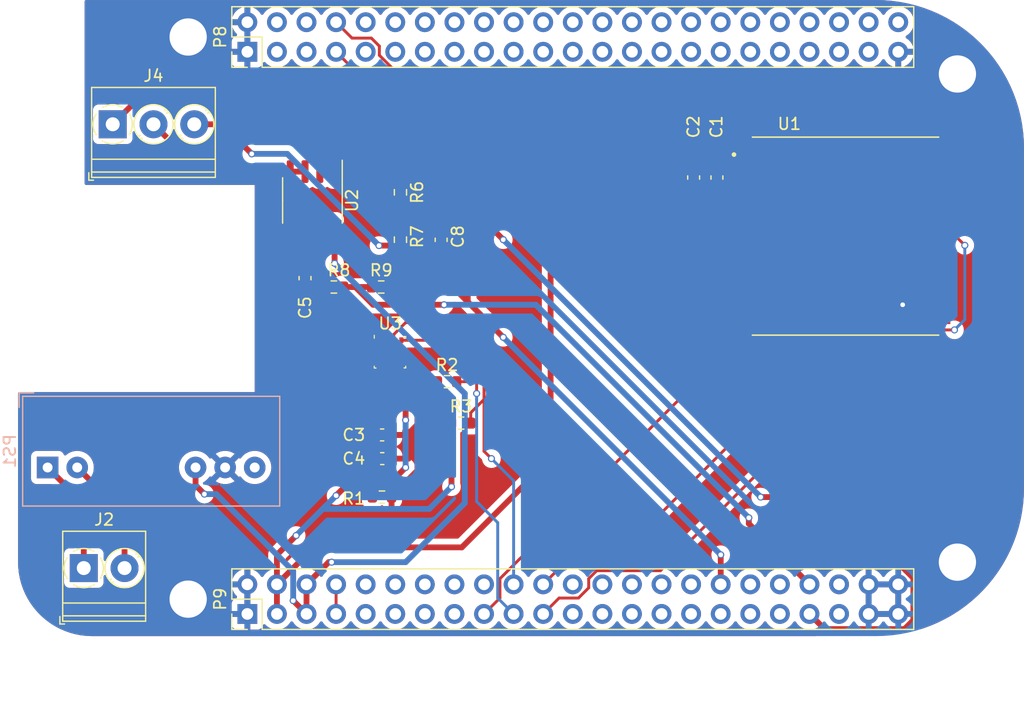
<source format=kicad_pcb>
(kicad_pcb (version 20221018) (generator pcbnew)
  (layers (0 "F.Cu" signal) (31 "B.Cu" signal) (34 "B.Paste" user) (35 "F.Paste" user) (36 "B.SilkS" user "B.Silkscreen") (37 "F.SilkS" user "F.Silkscreen") (38 "B.Mask" user) (39 "F.Mask" user) (44 "Edge.Cuts" user))
  (net 0 "")
  (net 1 "/SPI1.D0")
  (net 2 "/MMC1.DAT6")
  (net 3 "/MMC1.DAT7")
  (net 4 "/MMC1.DAT2")
  (net 5 "/MMC1.DAT3")
  (net 6 "/GPIO66")
  (net 7 "/GPIO67")
  (net 8 "/GPIO69")
  (net 9 "/GPIO68")
  (net 10 "/GPIO45")
  (net 11 "/GPIO44")
  (net 12 "/GPIO23")
  (net 13 "/GPIO26")
  (net 14 "/GPIO47")
  (net 15 "/GPIO46")
  (net 16 "/GPIO27")
  (net 17 "/LCD.AC_BIAS_E")
  (net 18 "/LCD.HSYNC")
  (net 19 "/GPIO65")
  (net 20 "/LCD.VSYNC")
  (net 21 "/LCD.PCLK")
  (net 22 "/GPIO22")
  (net 23 "/MMC1.DAT5")
  (net 24 "/MMC1.DAT4")
  (net 25 "/MMC1.DAT1")
  (net 26 "/MMC1.CLK")
  (net 27 "/MMC1.CMD")
  (net 28 "/MMC1.DAT0")
  (net 29 "/GPIO61")
  (net 30 "/LCD.DATA14")
  (net 31 "/LCD.DATA15")
  (net 32 "/LCD.DATA13")
  (net 33 "/LCD.DATA11")
  (net 34 "/LCD.DATA8")
  (net 35 "/LCD.DATA10")
  (net 36 "/LCD.DATA6")
  (net 37 "/LCD.DATA9")
  (net 38 "/LCD.DATA4")
  (net 39 "/LCD.DATA7")
  (net 40 "/LCD.DATA2")
  (net 41 "/LCD.DATA5")
  (net 42 "/LCD.DATA0")
  (net 43 "/LCD.DATA3")
  (net 44 "/LCD.DATA1")
  (net 45 "/GPIO30")
  (net 46 "/GPIO60")
  (net 47 "/GPIO31")
  (net 48 "/I2C2.SDA")
  (net 49 "/I2C2.SCL")
  (net 50 "GNDD")
  (net 51 "+3V3")
  (net 52 "+5V")
  (net 53 "/GPIO40")
  (net 54 "/GPIO48")
  (net 55 "/AIN1")
  (net 56 "/AIN0")
  (net 57 "/AIN3")
  (net 58 "/AIN2")
  (net 59 "/AIN5")
  (net 60 "/AIN6")
  (net 61 "GNDA")
  (net 62 "/AIN4")
  (net 63 "+1V8")
  (net 64 "/GPIO51")
  (net 65 "/GPIO4")
  (net 66 "/GPIO5")
  (net 67 "/GPIO3")
  (net 68 "/GPIO2")
  (net 69 "/GPIO49")
  (net 70 "/GPIO15")
  (net 71 "/GPIO117")
  (net 72 "/GPIO14")
  (net 73 "/GPIO125")
  (net 74 "/GPIO122")
  (net 75 "/GPIO20")
  (net 76 "/GPIO7")
  (net 77 "/~{SYS_RESET}")
  (net 78 "/PWR_BUT")
  (net 79 "VBUS")
  (net 80 "/SPI1.SCLK")
  (net 81 "/SPI1.CS0")
  (net 89 "Net-(U2-FILTER)")
  (net 90 "Net-(J2-Pin_1)")
  (net 91 "Net-(J2-Pin_2)")
  (net 92 "Net-(U2-VIOUT)")
  (net 93 "Net-(J4-Pin_1)")
  (net 94 "Net-(J4-Pin_2)")
  (footprint "Connector_PinHeader_2.54mm:PinHeader_2x23_P2.54mm_Vertical" (layer "F.Cu") (at 119.685 49.835 90)
    (fp_text reference "P8" (at 1.27 -2.33 270) (layer "F.SilkS"))
    (fp_text value "BeagleBone_Black_Header" hide)
    (pad "1" thru_hole rect locked (at 0 0 90) (size 1.7 1.7) (drill 1) (layers "*.Cu" "*.Mask") (net 50 "GNDD"))
    (pad "2" thru_hole oval locked (at 2.54 0 90) (size 1.7 1.7) (drill 1) (layers "*.Cu" "*.Mask") (net 50 "GNDD"))
    (pad "3" thru_hole oval locked (at 0 2.54 90) (size 1.7 1.7) (drill 1) (layers "*.Cu" "*.Mask") (net 2 "/MMC1.DAT6"))
    (pad "4" thru_hole oval locked (at 2.54 2.54 90) (size 1.7 1.7) (drill 1) (layers "*.Cu" "*.Mask") (net 3 "/MMC1.DAT7"))
    (pad "5" thru_hole oval locked (at 0 5.08 90) (size 1.7 1.7) (drill 1) (layers "*.Cu" "*.Mask") (net 4 "/MMC1.DAT2"))
    (pad "6" thru_hole oval locked (at 2.54 5.08 90) (size 1.7 1.7) (drill 1) (layers "*.Cu" "*.Mask") (net 5 "/MMC1.DAT3"))
    (pad "7" thru_hole oval locked (at 0 7.62 90) (size 1.7 1.7) (drill 1) (layers "*.Cu" "*.Mask") (net 6 "/GPIO66"))
    (pad "8" thru_hole oval locked (at 2.54 7.62 90) (size 1.7 1.7) (drill 1) (layers "*.Cu" "*.Mask") (net 7 "/GPIO67"))
    (pad "9" thru_hole oval locked (at 0 10.16 90) (size 1.7 1.7) (drill 1) (layers "*.Cu" "*.Mask") (net 8 "/GPIO69"))
    (pad "10" thru_hole oval locked (at 2.54 10.16 90) (size 1.7 1.7) (drill 1) (layers "*.Cu" "*.Mask") (net 9 "/GPIO68"))
    (pad "11" thru_hole oval locked (at 0 12.7 90) (size 1.7 1.7) (drill 1) (layers "*.Cu" "*.Mask") (net 10 "/GPIO45"))
    (pad "12" thru_hole oval locked (at 2.54 12.7 90) (size 1.7 1.7) (drill 1) (layers "*.Cu" "*.Mask") (net 11 "/GPIO44"))
    (pad "13" thru_hole oval locked (at 0 15.24 90) (size 1.7 1.7) (drill 1) (layers "*.Cu" "*.Mask") (net 12 "/GPIO23"))
    (pad "14" thru_hole oval locked (at 2.54 15.24 90) (size 1.7 1.7) (drill 1) (layers "*.Cu" "*.Mask") (net 13 "/GPIO26"))
    (pad "15" thru_hole oval locked (at 0 17.78 90) (size 1.7 1.7) (drill 1) (layers "*.Cu" "*.Mask") (net 14 "/GPIO47"))
    (pad "16" thru_hole oval locked (at 2.54 17.78 90) (size 1.7 1.7) (drill 1) (layers "*.Cu" "*.Mask") (net 15 "/GPIO46"))
    (pad "17" thru_hole oval locked (at 0 20.32 90) (size 1.7 1.7) (drill 1) (layers "*.Cu" "*.Mask") (net 16 "/GPIO27"))
    (pad "18" thru_hole oval locked (at 2.54 20.32 90) (size 1.7 1.7) (drill 1) (layers "*.Cu" "*.Mask") (net 19 "/GPIO65"))
    (pad "19" thru_hole oval locked (at 0 22.86 90) (size 1.7 1.7) (drill 1) (layers "*.Cu" "*.Mask") (net 22 "/GPIO22"))
    (pad "20" thru_hole oval locked (at 2.54 22.86 90) (size 1.7 1.7) (drill 1) (layers "*.Cu" "*.Mask") (net 27 "/MMC1.CMD"))
    (pad "21" thru_hole oval locked (at 0 25.4 90) (size 1.7 1.7) (drill 1) (layers "*.Cu" "*.Mask") (net 26 "/MMC1.CLK"))
    (pad "22" thru_hole oval locked (at 2.54 25.4 90) (size 1.7 1.7) (drill 1) (layers "*.Cu" "*.Mask") (net 23 "/MMC1.DAT5"))
    (pad "23" thru_hole oval locked (at 0 27.94 90) (size 1.7 1.7) (drill 1) (layers "*.Cu" "*.Mask") (net 24 "/MMC1.DAT4"))
    (pad "24" thru_hole oval locked (at 2.54 27.94 90) (size 1.7 1.7) (drill 1) (layers "*.Cu" "*.Mask") (net 25 "/MMC1.DAT1"))
    (pad "25" thru_hole oval locked (at 0 30.48 90) (size 1.7 1.7) (drill 1) (layers "*.Cu" "*.Mask") (net 28 "/MMC1.DAT0"))
    (pad "26" thru_hole oval locked (at 2.54 30.48 90) (size 1.7 1.7) (drill 1) (layers "*.Cu" "*.Mask") (net 21 "/LCD.PCLK"))
    (pad "27" thru_hole oval locked (at 0 33.02 90) (size 1.7 1.7) (drill 1) (layers "*.Cu" "*.Mask") (net 20 "/LCD.VSYNC"))
    (pad "28" thru_hole oval locked (at 2.54 33.02 90) (size 1.7 1.7) (drill 1) (layers "*.Cu" "*.Mask") (net 29 "/GPIO61"))
    (pad "29" thru_hole oval locked (at 0 35.56 90) (size 1.7 1.7) (drill 1) (layers "*.Cu" "*.Mask") (net 18 "/LCD.HSYNC"))
    (pad "30" thru_hole oval locked (at 2.54 35.56 90) (size 1.7 1.7) (drill 1) (layers "*.Cu" "*.Mask") (net 17 "/LCD.AC_BIAS_E"))
    (pad "31" thru_hole oval locked (at 0 38.1 90) (size 1.7 1.7) (drill 1) (layers "*.Cu" "*.Mask") (net 30 "/LCD.DATA14"))
    (pad "32" thru_hole oval locked (at 2.54 38.1 90) (size 1.7 1.7) (drill 1) (layers "*.Cu" "*.Mask") (net 31 "/LCD.DATA15"))
    (pad "33" thru_hole oval locked (at 0 40.64 90) (size 1.7 1.7) (drill 1) (layers "*.Cu" "*.Mask") (net 32 "/LCD.DATA13"))
    (pad "34" thru_hole oval locked (at 2.54 40.64 90) (size 1.7 1.7) (drill 1) (layers "*.Cu" "*.Mask") (net 33 "/LCD.DATA11"))
    (pad "35" thru_hole oval locked (at 0 43.18 90) (size 1.7 1.7) (drill 1) (layers "*.Cu" "*.Mask") (net 34 "/LCD.DATA8"))
    (pad "36" thru_hole oval locked (at 2.54 43.18 90) (size 1.7 1.7) (drill 1) (layers "*.Cu" "*.Mask") (net 35 "/LCD.DATA10"))
    (pad "37" thru_hole oval locked (at 0 45.72 90) (size 1.7 1.7) (drill 1) (layers "*.Cu" "*.Mask") (net 36 "/LCD.DATA6"))
    (pad "38" thru_hole oval locked (at 2.54 45.72 90) (size 1.7 1.7) (drill 1) (layers "*.Cu" "*.Mask") (net 37 "/LCD.DATA9"))
    (pad "39" thru_hole oval locked (at 0 48.26 90) (size 1.7 1.7) (drill 1) (layers "*.Cu" "*.Mask") (net 38 "/LCD.DATA4"))
    (pad "40" thru_hole oval locked (at 2.54 48.26 90) (size 1.7 1.7) (drill 1) (layers "*.Cu" "*.Mask") (net 39 "/LCD.DATA7"))
    (pad "41" thru_hole oval locked (at 0 50.8 90) (size 1.7 1.7) (drill 1) (layers "*.Cu" "*.Mask") (net 40 "/LCD.DATA2"))
    (pad "42" thru_hole oval locked (at 2.54 50.8 90) (size 1.7 1.7) (drill 1) (layers "*.Cu" "*.Mask") (net 41 "/LCD.DATA5"))
    (pad "43" thru_hole oval locked (at 0 53.34 90) (size 1.7 1.7) (drill 1) (layers "*.Cu" "*.Mask") (net 42 "/LCD.DATA0"))
    (pad "44" thru_hole oval locked (at 2.54 53.34 90) (size 1.7 1.7) (drill 1) (layers "*.Cu" "*.Mask") (net 43 "/LCD.DATA3"))
    (pad "45" thru_hole oval locked (at 0 55.88 90) (size 1.7 1.7) (drill 1) (layers "*.Cu" "*.Mask") (net 50 "GNDD"))
    (pad "46" thru_hole oval locked (at 2.54 55.88 90) (size 1.7 1.7) (drill 1) (layers "*.Cu" "*.Mask") (net 44 "/LCD.DATA1"))
  )
  (footprint "Connector_PinHeader_2.54mm:PinHeader_2x23_P2.54mm_Vertical" (layer "F.Cu") (at 119.685 98.095 90)
    (fp_text reference "P9" (at 1.27 -2.33 270) (layer "F.SilkS"))
    (fp_text value "BeagleBone_Black_Header" hide)
    (pad "1" thru_hole rect locked (at 0 0 90) (size 1.7 1.7) (drill 1) (layers "*.Cu" "*.Mask") (net 50 "GNDD"))
    (pad "2" thru_hole oval locked (at 2.54 0 90) (size 1.7 1.7) (drill 1) (layers "*.Cu" "*.Mask") (net 50 "GNDD"))
    (pad "3" thru_hole oval locked (at 0 2.54 90) (size 1.7 1.7) (drill 1) (layers "*.Cu" "*.Mask") (net 51 "+3V3"))
    (pad "4" thru_hole oval locked (at 2.54 2.54 90) (size 1.7 1.7) (drill 1) (layers "*.Cu" "*.Mask") (net 51 "+3V3"))
    (pad "5" thru_hole oval locked (at 0 5.08 90) (size 1.7 1.7) (drill 1) (layers "*.Cu" "*.Mask") (net 52 "+5V"))
    (pad "6" thru_hole oval locked (at 2.54 5.08 90) (size 1.7 1.7) (drill 1) (layers "*.Cu" "*.Mask") (net 52 "+5V"))
    (pad "7" thru_hole oval locked (at 0 7.62 90) (size 1.7 1.7) (drill 1) (layers "*.Cu" "*.Mask") (net 79 "VBUS"))
    (pad "8" thru_hole oval locked (at 2.54 7.62 90) (size 1.7 1.7) (drill 1) (layers "*.Cu" "*.Mask") (net 79 "VBUS"))
    (pad "9" thru_hole oval locked (at 0 10.16 90) (size 1.7 1.7) (drill 1) (layers "*.Cu" "*.Mask") (net 78 "/PWR_BUT"))
    (pad "10" thru_hole oval locked (at 2.54 10.16 90) (size 1.7 1.7) (drill 1) (layers "*.Cu" "*.Mask") (net 77 "/~{SYS_RESET}"))
    (pad "11" thru_hole oval locked (at 0 12.7 90) (size 1.7 1.7) (drill 1) (layers "*.Cu" "*.Mask") (net 45 "/GPIO30"))
    (pad "12" thru_hole oval locked (at 2.54 12.7 90) (size 1.7 1.7) (drill 1) (layers "*.Cu" "*.Mask") (net 46 "/GPIO60"))
    (pad "13" thru_hole oval locked (at 0 15.24 90) (size 1.7 1.7) (drill 1) (layers "*.Cu" "*.Mask") (net 47 "/GPIO31"))
    (pad "14" thru_hole oval locked (at 2.54 15.24 90) (size 1.7 1.7) (drill 1) (layers "*.Cu" "*.Mask") (net 53 "/GPIO40"))
    (pad "15" thru_hole oval locked (at 0 17.78 90) (size 1.7 1.7) (drill 1) (layers "*.Cu" "*.Mask") (net 54 "/GPIO48"))
    (pad "16" thru_hole oval locked (at 2.54 17.78 90) (size 1.7 1.7) (drill 1) (layers "*.Cu" "*.Mask") (net 64 "/GPIO51"))
    (pad "17" thru_hole oval locked (at 0 20.32 90) (size 1.7 1.7) (drill 1) (layers "*.Cu" "*.Mask") (net 65 "/GPIO4"))
    (pad "18" thru_hole oval locked (at 2.54 20.32 90) (size 1.7 1.7) (drill 1) (layers "*.Cu" "*.Mask") (net 66 "/GPIO5"))
    (pad "19" thru_hole oval locked (at 0 22.86 90) (size 1.7 1.7) (drill 1) (layers "*.Cu" "*.Mask") (net 49 "/I2C2.SCL"))
    (pad "20" thru_hole oval locked (at 2.54 22.86 90) (size 1.7 1.7) (drill 1) (layers "*.Cu" "*.Mask") (net 48 "/I2C2.SDA"))
    (pad "21" thru_hole oval locked (at 0 25.4 90) (size 1.7 1.7) (drill 1) (layers "*.Cu" "*.Mask") (net 67 "/GPIO3"))
    (pad "22" thru_hole oval locked (at 2.54 25.4 90) (size 1.7 1.7) (drill 1) (layers "*.Cu" "*.Mask") (net 68 "/GPIO2"))
    (pad "23" thru_hole oval locked (at 0 27.94 90) (size 1.7 1.7) (drill 1) (layers "*.Cu" "*.Mask") (net 69 "/GPIO49"))
    (pad "24" thru_hole oval locked (at 2.54 27.94 90) (size 1.7 1.7) (drill 1) (layers "*.Cu" "*.Mask") (net 70 "/GPIO15"))
    (pad "25" thru_hole oval locked (at 0 30.48 90) (size 1.7 1.7) (drill 1) (layers "*.Cu" "*.Mask") (net 71 "/GPIO117"))
    (pad "26" thru_hole oval locked (at 2.54 30.48 90) (size 1.7 1.7) (drill 1) (layers "*.Cu" "*.Mask") (net 72 "/GPIO14"))
    (pad "27" thru_hole oval locked (at 0 33.02 90) (size 1.7 1.7) (drill 1) (layers "*.Cu" "*.Mask") (net 73 "/GPIO125"))
    (pad "28" thru_hole oval locked (at 2.54 33.02 90) (size 1.7 1.7) (drill 1) (layers "*.Cu" "*.Mask") (net 81 "/SPI1.CS0"))
    (pad "29" thru_hole oval locked (at 0 35.56 90) (size 1.7 1.7) (drill 1) (layers "*.Cu" "*.Mask") (net 1 "/SPI1.D0"))
    (pad "30" thru_hole oval locked (at 2.54 35.56 90) (size 1.7 1.7) (drill 1) (layers "*.Cu" "*.Mask") (net 74 "/GPIO122"))
    (pad "31" thru_hole oval locked (at 0 38.1 90) (size 1.7 1.7) (drill 1) (layers "*.Cu" "*.Mask") (net 80 "/SPI1.SCLK"))
    (pad "32" thru_hole oval locked (at 2.54 38.1 90) (size 1.7 1.7) (drill 1) (layers "*.Cu" "*.Mask") (net 63 "+1V8"))
    (pad "33" thru_hole oval locked (at 0 40.64 90) (size 1.7 1.7) (drill 1) (layers "*.Cu" "*.Mask") (net 62 "/AIN4"))
    (pad "34" thru_hole oval locked (at 2.54 40.64 90) (size 1.7 1.7) (drill 1) (layers "*.Cu" "*.Mask") (net 61 "GNDA"))
    (pad "35" thru_hole oval locked (at 0 43.18 90) (size 1.7 1.7) (drill 1) (layers "*.Cu" "*.Mask") (net 60 "/AIN6"))
    (pad "36" thru_hole oval locked (at 2.54 43.18 90) (size 1.7 1.7) (drill 1) (layers "*.Cu" "*.Mask") (net 59 "/AIN5"))
    (pad "37" thru_hole oval locked (at 0 45.72 90) (size 1.7 1.7) (drill 1) (layers "*.Cu" "*.Mask") (net 58 "/AIN2"))
    (pad "38" thru_hole oval locked (at 2.54 45.72 90) (size 1.7 1.7) (drill 1) (layers "*.Cu" "*.Mask") (net 57 "/AIN3"))
    (pad "39" thru_hole oval locked (at 0 48.26 90) (size 1.7 1.7) (drill 1) (layers "*.Cu" "*.Mask") (net 56 "/AIN0"))
    (pad "40" thru_hole oval locked (at 2.54 48.26 90) (size 1.7 1.7) (drill 1) (layers "*.Cu" "*.Mask") (net 55 "/AIN1"))
    (pad "41" thru_hole oval locked (at 0 50.8 90) (size 1.7 1.7) (drill 1) (layers "*.Cu" "*.Mask") (net 75 "/GPIO20"))
    (pad "42" thru_hole oval locked (at 2.54 50.8 90) (size 1.7 1.7) (drill 1) (layers "*.Cu" "*.Mask") (net 76 "/GPIO7"))
    (pad "43" thru_hole oval locked (at 0 53.34 90) (size 1.7 1.7) (drill 1) (layers "*.Cu" "*.Mask") (net 50 "GNDD"))
    (pad "44" thru_hole oval locked (at 2.54 53.34 90) (size 1.7 1.7) (drill 1) (layers "*.Cu" "*.Mask") (net 50 "GNDD"))
    (pad "45" thru_hole oval locked (at 0 55.88 90) (size 1.7 1.7) (drill 1) (layers "*.Cu" "*.Mask") (net 50 "GNDD"))
    (pad "46" thru_hole oval locked (at 2.54 55.88 90) (size 1.7 1.7) (drill 1) (layers "*.Cu" "*.Mask") (net 50 "GNDD"))
  )
  (footprint "Package_SO:SOIC-8_3.9x4.9mm_P1.27mm" (layer "F.Cu") (at 125.273 62.597 -90)
    (fp_text reference "U2" (at 0 -3.4 90) (layer "F.SilkS"))
    (fp_text value "ACS725xLCTR-10AU")
    (pad "1" smd roundrect (at -2.475 -1.905 270) (size 1.95 0.6) (layers "F.Cu" "F.Paste" "F.Mask") (net 93 "Net-(J4-Pin_1)"))
    (pad "2" smd roundrect (at -2.475 -0.635 270) (size 1.95 0.6) (layers "F.Cu" "F.Paste" "F.Mask") (net 93 "Net-(J4-Pin_1)"))
    (pad "3" smd roundrect (at -2.475 0.635 270) (size 1.95 0.6) (layers "F.Cu" "F.Paste" "F.Mask") (net 94 "Net-(J4-Pin_2)"))
    (pad "4" smd roundrect (at -2.475 1.905 270) (size 1.95 0.6) (layers "F.Cu" "F.Paste" "F.Mask") (net 94 "Net-(J4-Pin_2)"))
    (pad "5" smd roundrect (at 2.475 1.905 270) (size 1.95 0.6) (layers "F.Cu" "F.Paste" "F.Mask") (net 50 "GNDD"))
    (pad "6" smd roundrect (at 2.475 0.635 270) (size 1.95 0.6) (layers "F.Cu" "F.Paste" "F.Mask") (net 89 "Net-(U2-FILTER)"))
    (pad "7" smd roundrect (at 2.475 -0.635 270) (size 1.95 0.6) (layers "F.Cu" "F.Paste" "F.Mask") (net 92 "Net-(U2-VIOUT)"))
    (pad "8" smd roundrect (at 2.475 -1.905 270) (size 1.95 0.6) (layers "F.Cu" "F.Paste" "F.Mask") (net 52 "+5V"))
  )
  (footprint "TerminalBlock_Phoenix:TerminalBlock_Phoenix_PT-1,5-3-3.5-H_1x03_P3.50mm_Horizontal" (layer "F.Cu") (at 108.128 56.058)
    (fp_text reference "J4" (at 3.5 -4.16) (layer "F.SilkS"))
    (fp_text value "Screw_Terminal_01x03")
    (pad "1" thru_hole rect (at 0 0) (size 2.4 2.4) (drill 1.2) (layers "*.Cu" "*.Mask") (net 93 "Net-(J4-Pin_1)"))
    (pad "2" thru_hole circle (at 3.5 0) (size 2.4 2.4) (drill 1.2) (layers "*.Cu" "*.Mask") (net 94 "Net-(J4-Pin_2)"))
    (pad "3" thru_hole circle (at 7 0) (size 2.4 2.4) (drill 1.2) (layers "*.Cu" "*.Mask") (net 61 "GNDA"))
  )
  (footprint "Capacitor_SMD:C_0603_1608Metric" (layer "F.Cu") (at 160 60.63 90)
    (fp_text reference "C1" (at 4.35 -0.045 90) (layer "F.SilkS"))
    (fp_text value "22uF" hide)
    (pad "1" smd roundrect (at -0.775 0 90) (size 0.9 0.95) (layers "F.Cu" "F.Paste" "F.Mask") (net 51 "+3V3"))
    (pad "2" smd roundrect (at 0.775 0 90) (size 0.9 0.95) (layers "F.Cu" "F.Paste" "F.Mask") (net 50 "GNDD"))
  )
  (footprint "Resistor_SMD:R_0603_1608Metric" (layer "F.Cu") (at 138.037 81.712)
    (fp_text reference "R3" (at 0 -1.43) (layer "F.SilkS"))
    (fp_text value "10kΩ")
    (pad "1" smd roundrect (at -0.825 0) (size 0.8 0.95) (layers "F.Cu" "F.Paste" "F.Mask") (net 51 "+3V3"))
    (pad "2" smd roundrect (at 0.825 0) (size 0.8 0.95) (layers "F.Cu" "F.Paste" "F.Mask") (net 48 "/I2C2.SDA"))
  )
  (footprint "Capacitor_SMD:C_0603_1608Metric" (layer "F.Cu") (at 131.268 84.76)
    (fp_text reference "C4" (at -2.439 0) (layer "F.SilkS"))
    (fp_text value "0.1uF")
    (pad "1" smd roundrect (at -0.775 0) (size 0.9 0.95) (layers "F.Cu" "F.Paste" "F.Mask") (net 51 "+3V3"))
    (pad "2" smd roundrect (at 0.775 0) (size 0.9 0.95) (layers "F.Cu" "F.Paste" "F.Mask") (net 50 "GNDD"))
  )
  (footprint "MountingHole:MountingHole_3.2mm_M3_DIN965" (layer "F.Cu") (at 180.645 51.74)
    (fp_text reference "MH3" hide)
    (fp_text value "MountingHole_3.2mm_M3_DIN965" hide)
    (pad "" np_thru_hole circle locked (at 0 0) (size 3.2 3.2) (drill 3.2) (layers "*.Cu" "*.Mask"))
  )
  (footprint "Capacitor_SMD:C_0603_1608Metric" (layer "F.Cu") (at 131.255 82.728)
    (fp_text reference "C3" (at -2.426 0) (layer "F.SilkS"))
    (fp_text value "1uF")
    (pad "1" smd roundrect (at -0.775 0) (size 0.9 0.95) (layers "F.Cu" "F.Paste" "F.Mask") (net 51 "+3V3"))
    (pad "2" smd roundrect (at 0.775 0) (size 0.9 0.95) (layers "F.Cu" "F.Paste" "F.Mask") (net 50 "GNDD"))
  )
  (footprint "TerminalBlock_Phoenix:TerminalBlock_Phoenix_PT-1,5-2-3.5-H_1x02_P3.50mm_Horizontal" (layer "F.Cu") (at 105.644 94.158)
    (fp_text reference "J2" (at 1.75 -4.16) (layer "F.SilkS"))
    (fp_text value "Screw_Terminal_01x02")
    (pad "1" thru_hole rect (at 0 0) (size 2.4 2.4) (drill 1.2) (layers "*.Cu" "*.Mask") (net 90 "Net-(J2-Pin_1)"))
    (pad "2" thru_hole circle (at 3.5 0) (size 2.4 2.4) (drill 1.2) (layers "*.Cu" "*.Mask") (net 91 "Net-(J2-Pin_2)"))
  )
  (footprint "Resistor_SMD:R_0603_1608Metric" (layer "F.Cu") (at 131.179 70.028)
    (fp_text reference "R9" (at 0 -1.43) (layer "F.SilkS"))
    (fp_text value "1.8Ω")
    (pad "1" smd roundrect (at -0.825 0) (size 0.8 0.95) (layers "F.Cu" "F.Paste" "F.Mask") (net 55 "/AIN1"))
    (pad "2" smd roundrect (at 0.825 0) (size 0.8 0.95) (layers "F.Cu" "F.Paste" "F.Mask") (net 61 "GNDA"))
  )
  (footprint "RA-02_LORA:MODULE_RA-02_LORA" (layer "F.Cu") (at 171.04 65.66)
    (fp_text reference "U1" (at -4.825 -9.635) (layer "F.SilkS"))
    (fp_text value "RA-02_LORA")
    (pad "1" smd rect (at -7.6 -7) (size 2.8 1.1) (layers "F.Cu" "F.Paste" "F.Mask") (net 50 "GNDD"))
    (pad "2" smd rect (at -7.7 -5) (size 2.6 1.1) (layers "F.Cu" "F.Paste" "F.Mask") (net 50 "GNDD"))
    (pad "3" smd rect (at -7.7 -3) (size 2.6 1.1) (layers "F.Cu" "F.Paste" "F.Mask") (net 51 "+3V3"))
    (pad "4" smd rect (at -7.7 -1) (size 2.6 1.1) (layers "F.Cu" "F.Paste" "F.Mask") (net 6 "/GPIO66"))
    (pad "5" smd rect (at -7.7 1) (size 2.6 1.1) (layers "F.Cu" "F.Paste" "F.Mask"))
    (pad "6" smd rect (at -7.7 3) (size 2.6 1.1) (layers "F.Cu" "F.Paste" "F.Mask"))
    (pad "7" smd rect (at -7.7 5) (size 2.6 1.1) (layers "F.Cu" "F.Paste" "F.Mask"))
    (pad "8" smd rect (at -7.7 7) (size 2.6 1.1) (layers "F.Cu" "F.Paste" "F.Mask"))
    (pad "9" smd rect (at 7.7 7 180) (size 2.6 1.1) (layers "F.Cu" "F.Paste" "F.Mask") (net 50 "GNDD"))
    (pad "10" smd rect (at 7.7 5 180) (size 2.6 1.1) (layers "F.Cu" "F.Paste" "F.Mask"))
    (pad "11" smd rect (at 7.7 3 180) (size 2.6 1.1) (layers "F.Cu" "F.Paste" "F.Mask"))
    (pad "12" smd rect (at 7.7 1 180) (size 2.6 1.1) (layers "F.Cu" "F.Paste" "F.Mask") (net 68 "/GPIO2"))
    (pad "13" smd rect (at 7.7 -1 180) (size 2.6 1.1) (layers "F.Cu" "F.Paste" "F.Mask") (net 67 "/GPIO3"))
    (pad "14" smd rect (at 7.7 -3 180) (size 2.6 1.1) (layers "F.Cu" "F.Paste" "F.Mask") (net 65 "/GPIO4"))
    (pad "15" smd rect (at 7.7 -5 180) (size 2.6 1.1) (layers "F.Cu" "F.Paste" "F.Mask") (net 7 "/GPIO67"))
    (pad "16" smd rect (at 7.7 -7 180) (size 2.6 1.1) (layers "F.Cu" "F.Paste" "F.Mask") (net 50 "GNDD"))
  )
  (footprint "Resistor_SMD:R_0603_1608Metric" (layer "F.Cu") (at 136.83 78.156)
    (fp_text reference "R2" (at 0 -1.43) (layer "F.SilkS"))
    (fp_text value "10kΩ")
    (pad "1" smd roundrect (at -0.825 0) (size 0.8 0.95) (layers "F.Cu" "F.Paste" "F.Mask") (net 51 "+3V3"))
    (pad "2" smd roundrect (at 0.825 0) (size 0.8 0.95) (layers "F.Cu" "F.Paste" "F.Mask") (net 49 "/I2C2.SCL"))
  )
  (footprint "Package_LGA:Bosch_LGA-8_2.5x2.5mm_P0.65mm_ClockwisePinNumbering" (layer "F.Cu") (at 131.933 75.625)
    (fp_text reference "U3" (at 0.015 -2.465) (layer "F.SilkS"))
    (fp_text value "BME280")
    (pad "1" smd rect (at -0.975 -1.025 90) (size 0.5 0.35) (layers "F.Cu" "F.Paste" "F.Mask") (net 50 "GNDD"))
    (pad "2" smd rect (at -0.325 -1.025 90) (size 0.5 0.35) (layers "F.Cu" "F.Paste" "F.Mask"))
    (pad "3" smd rect (at 0.325 -1.025 90) (size 0.5 0.35) (layers "F.Cu" "F.Paste" "F.Mask") (net 48 "/I2C2.SDA"))
    (pad "4" smd rect (at 0.975 -1.025 90) (size 0.5 0.35) (layers "F.Cu" "F.Paste" "F.Mask") (net 49 "/I2C2.SCL"))
    (pad "5" smd rect (at 0.975 1.025 90) (size 0.5 0.35) (layers "F.Cu" "F.Paste" "F.Mask") (net 51 "+3V3"))
    (pad "6" smd rect (at 0.325 1.025 90) (size 0.5 0.35) (layers "F.Cu" "F.Paste" "F.Mask") (net 51 "+3V3"))
    (pad "7" smd rect (at -0.325 1.025 90) (size 0.5 0.35) (layers "F.Cu" "F.Paste" "F.Mask") (net 50 "GNDD"))
    (pad "8" smd rect (at -0.975 1.025 90) (size 0.5 0.35) (layers "F.Cu" "F.Paste" "F.Mask") (net 51 "+3V3"))
  )
  (footprint "Capacitor_SMD:C_0603_1608Metric" (layer "F.Cu") (at 158 60.63 90)
    (fp_text reference "C2" (at 4.35 -0.015 90) (layer "F.SilkS"))
    (fp_text value "0.1uF" hide)
    (pad "1" smd roundrect (at -0.775 0 90) (size 0.9 0.95) (layers "F.Cu" "F.Paste" "F.Mask") (net 51 "+3V3"))
    (pad "2" smd roundrect (at 0.775 0 90) (size 0.9 0.95) (layers "F.Cu" "F.Paste" "F.Mask") (net 50 "GNDD"))
  )
  (footprint "MountingHole:MountingHole_3.2mm_M3_DIN965" (layer "F.Cu") (at 180.645 93.65)
    (fp_text reference "MH4" hide)
    (fp_text value "MountingHole_3.2mm_M3_DIN965" hide)
    (pad "" np_thru_hole circle locked (at 0 0) (size 3.2 3.2) (drill 3.2) (layers "*.Cu" "*.Mask"))
  )
  (footprint "Resistor_SMD:R_0603_1608Metric" (layer "F.Cu") (at 132.829 65.964 -90)
    (fp_text reference "R7" (at -0.254 -1.43 90) (layer "F.SilkS"))
    (fp_text value "1MΩ")
    (pad "1" smd roundrect (at -0.825 0 270) (size 0.8 0.95) (layers "F.Cu" "F.Paste" "F.Mask") (net 56 "/AIN0"))
    (pad "2" smd roundrect (at 0.825 0 270) (size 0.8 0.95) (layers "F.Cu" "F.Paste" "F.Mask") (net 61 "GNDA"))
  )
  (footprint "MountingHole:MountingHole_3.2mm_M3_DIN965" (layer "F.Cu") (at 114.605 48.565)
    (fp_text reference "MH1" hide)
    (fp_text value "MountingHole_3.2mm_M3_DIN965" hide)
    (pad "" np_thru_hole circle locked (at 0 0) (size 3.2 3.2) (drill 3.2) (layers "*.Cu" "*.Mask"))
  )
  (footprint "Resistor_SMD:R_0603_1608Metric" (layer "F.Cu") (at 131.242 88.062)
    (fp_text reference "R1" (at -2.413 0.127) (layer "F.SilkS"))
    (fp_text value "10kΩ")
    (pad "1" smd roundrect (at -0.825 0) (size 0.8 0.95) (layers "F.Cu" "F.Paste" "F.Mask") (net 51 "+3V3"))
    (pad "2" smd roundrect (at 0.825 0) (size 0.8 0.95) (layers "F.Cu" "F.Paste" "F.Mask") (net 50 "GNDD"))
  )
  (footprint "Capacitor_SMD:C_0603_1608Metric" (layer "F.Cu") (at 124.638 69.266 -90)
    (fp_text reference "C5" (at 2.54 0 90) (layer "F.SilkS"))
    (fp_text value "1nF")
    (pad "1" smd roundrect (at -0.775 0 270) (size 0.9 0.95) (layers "F.Cu" "F.Paste" "F.Mask") (net 89 "Net-(U2-FILTER)"))
    (pad "2" smd roundrect (at 0.775 0 270) (size 0.9 0.95) (layers "F.Cu" "F.Paste" "F.Mask") (net 50 "GNDD"))
  )
  (footprint "MountingHole:MountingHole_3.2mm_M3_DIN965" (layer "F.Cu") (at 114.605 96.825)
    (fp_text reference "MH2" hide)
    (fp_text value "MountingHole_3.2mm_M3_DIN965" hide)
    (pad "" np_thru_hole circle locked (at 0 0) (size 3.2 3.2) (drill 3.2) (layers "*.Cu" "*.Mask"))
  )
  (footprint "Resistor_SMD:R_0603_1608Metric" (layer "F.Cu") (at 127.115 70.028)
    (fp_text reference "R8" (at 0.444 -1.43) (layer "F.SilkS"))
    (fp_text value "3.3Ω")
    (pad "1" smd roundrect (at -0.825 0) (size 0.8 0.95) (layers "F.Cu" "F.Paste" "F.Mask") (net 92 "Net-(U2-VIOUT)"))
    (pad "2" smd roundrect (at 0.825 0) (size 0.8 0.95) (layers "F.Cu" "F.Paste" "F.Mask") (net 55 "/AIN1"))
  )
  (footprint "Resistor_SMD:R_0603_1608Metric" (layer "F.Cu") (at 132.829 61.9 -90)
    (fp_text reference "R6" (at 0 -1.43 90) (layer "F.SilkS"))
    (fp_text value "10MΩ")
    (pad "1" smd roundrect (at -0.825 0 270) (size 0.8 0.95) (layers "F.Cu" "F.Paste" "F.Mask") (net 93 "Net-(J4-Pin_1)"))
    (pad "2" smd roundrect (at 0.825 0 270) (size 0.8 0.95) (layers "F.Cu" "F.Paste" "F.Mask") (net 56 "/AIN0"))
  )
  (footprint "Capacitor_SMD:C_0603_1608Metric" (layer "F.Cu") (at 136.322 65.977 -90)
    (fp_text reference "C8" (at -0.267 -1.43 90) (layer "F.SilkS"))
    (fp_text value "100nF")
    (pad "1" smd roundrect (at -0.775 0 270) (size 0.9 0.95) (layers "F.Cu" "F.Paste" "F.Mask") (net 56 "/AIN0"))
    (pad "2" smd roundrect (at 0.775 0 270) (size 0.9 0.95) (layers "F.Cu" "F.Paste" "F.Mask") (net 61 "GNDA"))
  )
  (footprint "Converter_DCDC:Converter_DCDC_XP_POWER-ITXxxxxSA_THT" (layer "B.Cu") (at 102.54 85.522 -90)
    (fp_text reference "PS1" (at -1.4 3.24 90) (layer "B.SilkS") (effects (justify mirror)))
    (fp_text value "ITX1205SA")
    (pad "1" thru_hole rect (at 0 0 270) (size 1.85 1.85) (drill 0.85) (layers "*.Cu" "*.Mask") (net 90 "Net-(J2-Pin_1)"))
    (pad "2" thru_hole circle (at 0 -2.54 270) (size 1.85 1.85) (drill 0.85) (layers "*.Cu" "*.Mask") (net 91 "Net-(J2-Pin_2)"))
    (pad "6" thru_hole circle (at 0 -12.7 270) (size 1.85 1.85) (drill 0.85) (layers "*.Cu" "*.Mask") (net 52 "+5V"))
    (pad "7" thru_hole circle (at 0 -15.24 270) (size 1.85 1.85) (drill 0.85) (layers "*.Cu" "*.Mask") (net 50 "GNDD"))
    (pad "8" thru_hole circle (at 0 -17.78 270) (size 1.85 1.85) (drill 0.85) (layers "*.Cu" "*.Mask"))
  )
  (gr_arc locked (start 106.35 100) (mid 101.859872 98.140128) (end 100 93.65) (stroke (width 0.00254)) (layer "Edge.Cuts"))
  (gr_line locked (start 186.36 87.3) (end 186.36 58.09) (stroke (width 0.00254)) (layer "Edge.Cuts"))
  (gr_line locked (start 106.35 100) (end 173.66 100) (stroke (width 0.00254)) (layer "Edge.Cuts"))
  (gr_line locked (start 120.32 79.045) (end 100 79.045) (stroke (width 0.00254)) (layer "Edge.Cuts"))
  (gr_line locked (start 105.715 45.39) (end 105.715 61.265) (stroke (width 0.00254)) (layer "Edge.Cuts"))
  (gr_line locked (start 100 79.045) (end 100 93.65) (stroke (width 0.00254)) (layer "Edge.Cuts"))
  (gr_line locked (start 173.66 45.39) (end 105.715 45.39) (stroke (width 0.00254)) (layer "Edge.Cuts"))
  (gr_arc locked (start 186.36 87.3) (mid 182.640256 96.280256) (end 173.66 100) (stroke (width 0.00254)) (layer "Edge.Cuts"))
  (gr_arc locked (start 173.66 45.39) (mid 182.640256 49.109744) (end 186.36 58.09) (stroke (width 0.00254)) (layer "Edge.Cuts"))
  (gr_line locked (start 120.32 61.265) (end 120.32 79.045) (stroke (width 0.00254)) (layer "Edge.Cuts"))
  (gr_line locked (start 105.715 61.265) (end 120.32 61.265) (stroke (width 0.00254)) (layer "Edge.Cuts"))
  (segment (start 168.58 59.36) (end 166.04 56.82) (width 0.25) (layer "F.Cu") (net 6))
  (segment (start 166.04 56.82) (end 134.29 56.82) (width 0.25) (layer "F.Cu") (net 6))
  (segment (start 163.34 64.66) (end 165.82 64.66) (width 0.25) (layer "F.Cu") (net 6))
  (segment (start 168.58 61.9) (end 168.58 59.36) (width 0.25) (layer "F.Cu") (net 6))
  (segment (start 134.29 56.82) (end 127.305 49.835) (width 0.25) (layer "F.Cu") (net 6))
  (segment (start 165.82 64.66) (end 168.58 61.9) (width 0.25) (layer "F.Cu") (net 6))
  (segment (start 132.628299 51.74) (end 131.02 50.131701) (width 0.25) (layer "F.Cu") (net 7))
  (segment (start 169.07 51.74) (end 132.628299 51.74) (width 0.25) (layer "F.Cu") (net 7))
  (segment (start 177.99 60.66) (end 169.07 51.74) (width 0.25) (layer "F.Cu") (net 7))
  (segment (start 131.02 49.348299) (end 130.331701 48.66) (width 0.25) (layer "F.Cu") (net 7))
  (segment (start 178.74 60.66) (end 177.99 60.66) (width 0.25) (layer "F.Cu") (net 7))
  (segment (start 131.02 50.131701) (end 131.02 49.348299) (width 0.25) (layer "F.Cu") (net 7))
  (segment (start 128.67 48.66) (end 127.305 47.295) (width 0.25) (layer "F.Cu") (net 7))
  (segment (start 130.331701 48.66) (end 128.67 48.66) (width 0.25) (layer "F.Cu") (net 7))
  (segment (start 140.005 79.68) (end 138.862 80.823) (width 0.25) (layer "F.Cu") (net 48))
  (segment (start 140.005 79.68) (end 140.005 75.743) (width 0.25) (layer "F.Cu") (net 48))
  (segment (start 140.005 75.743) (end 137.346 73.084) (width 0.25) (layer "F.Cu") (net 48))
  (segment (start 137.346 73.084) (end 133.274 73.084) (width 0.25) (layer "F.Cu") (net 48))
  (segment (start 132.258 74.1) (end 132.258 74.6) (width 0.25) (layer "F.Cu") (net 48))
  (segment (start 140.64 84.76) (end 140.005 84.125) (width 0.25) (layer "F.Cu") (net 48))
  (segment (start 140.005 84.125) (end 140.005 79.68) (width 0.25) (layer "F.Cu") (net 48))
  (segment (start 138.862 80.823) (end 138.862 81.712) (width 0.25) (layer "F.Cu") (net 48))
  (segment (start 133.274 73.084) (end 132.258 74.1) (width 0.25) (layer "F.Cu") (net 48))
  (via (at 140.64 84.76) (size 0.6) (drill 0.4) (layers "F.Cu" "B.Cu") (net 48))
  (segment (start 142.545 86.665) (end 142.545 95.555) (width 0.25) (layer "B.Cu") (net 48))
  (segment (start 140.64 84.76) (end 142.545 86.665) (width 0.25) (layer "B.Cu") (net 48))
  (segment (start 137.338 74.6) (end 132.908 74.6) (width 0.25) (layer "F.Cu") (net 49))
  (segment (start 138.608 78.156) (end 139.37 77.394) (width 0.25) (layer "F.Cu") (net 49))
  (segment (start 139.37 76.632) (end 137.338 74.6) (width 0.25) (layer "F.Cu") (net 49))
  (segment (start 139.37 79.172) (end 139.37 77.394) (width 0.25) (layer "F.Cu") (net 49))
  (segment (start 139.37 77.394) (end 139.37 76.632) (width 0.25) (layer "F.Cu") (net 49))
  (segment (start 137.655 78.156) (end 138.608 78.156) (width 0.25) (layer "F.Cu") (net 49))
  (via (at 139.37 79.172) (size 0.6) (drill 0.4) (layers "F.Cu" "B.Cu") (net 49))
  (segment (start 139.37 88.446116) (end 141.18 90.256116) (width 0.25) (layer "B.Cu") (net 49))
  (segment (start 141.18 96.73) (end 142.545 98.095) (width 0.25) (layer "B.Cu") (net 49))
  (segment (start 141.18 90.256116) (end 141.18 96.73) (width 0.25) (layer "B.Cu") (net 49))
  (segment (start 139.37 79.68) (end 139.37 79.172) (width 0.25) (layer "B.Cu") (net 49))
  (segment (start 139.37 79.68) (end 139.37 88.446116) (width 0.25) (layer "B.Cu") (net 49))
  (segment (start 143.18 61.9) (end 143.18 82.22) (width 0.5) (layer "F.Cu") (net 50))
  (segment (start 117.78 85.522) (end 121.209 88.951) (width 0.5) (layer "F.Cu") (net 50))
  (segment (start 143.18 84.76) (end 138.1 89.84) (width 0.5) (layer "F.Cu") (net 50))
  (segment (start 119.685 93.015) (end 119.685 98.095) (width 0.5) (layer "F.Cu") (net 50))
  (segment (start 138.1 89.84) (end 133.02 89.84) (width 0.5) (layer "F.Cu") (net 50))
  (segment (start 134.29 83.49) (end 134.29 81.458) (width 0.5) (layer "F.Cu") (net 50))
  (segment (start 124.638 70.041) (end 124.625 70.041) (width 0.25) (layer "F.Cu") (net 50))
  (segment (start 122.86 89.84) (end 121.209 91.491) (width 0.5) (layer "F.Cu") (net 50))
  (segment (start 131.633 75.95) (end 131.633 76.285051) (width 0.5) (layer "F.Cu") (net 50))
  (segment (start 134.29 85.776) (end 134.29 83.49) (width 0.5) (layer "F.Cu") (net 50))
  (segment (start 134.29 81.839) (end 134.29 81.458) (width 0.5) (layer "F.Cu") (net 50))
  (segment (start 134.29 88.57) (end 134.29 85.776) (width 0.5) (layer "F.Cu") (net 50))
  (segment (start 132.043 84.76) (end 133.528 84.76) (width 0.5) (layer "F.Cu") (net 50))
  (segment (start 133.02 89.84) (end 122.86 89.84) (width 0.5) (layer "F.Cu") (net 50))
  (segment (start 146.42 58.66) (end 143.18 61.9) (width 0.5) (layer "F.Cu") (net 50))
  (segment (start 160 59.855) (end 160 59.62) (width 0.5) (layer "F.Cu") (net 50))
  (segment (start 158 59.08) (end 158.42 58.66) (width 0.5) (layer "F.Cu") (net 50))
  (segment (start 133.528 84.76) (end 134.29 83.998) (width 0.5) (layer "F.Cu") (net 50))
  (segment (start 121.209 91.491) (end 119.685 93.015) (width 0.5) (layer "F.Cu") (net 50))
  (segment (start 163.44 58.66) (end 160.96 58.66) (width 0.5) (layer "F.Cu") (net 50))
  (segment (start 143.18 82.22) (end 143.18 84.76) (width 0.5) (layer "F.Cu") (net 50))
  (segment (start 121.209 88.951) (end 121.209 91.491) (width 0.5) (layer "F.Cu") (net 50))
  (segment (start 133.401 82.728) (end 134.29 81.839) (width 0.5) (layer "F.Cu") (net 50))
  (segment (start 133.02 89.84) (end 134.29 88.57) (width 0.5) (layer "F.Cu") (net 50))
  (segment (start 132.067 87.999) (end 134.29 85.776) (width 0.5) (layer "F.Cu") (net 50))
  (segment (start 131.633 75.95) (end 130.958 75.275) (width 0.5) (layer "F.Cu") (net 50))
  (segment (start 158.42 58.66) (end 146.42 58.66) (width 0.5) (layer "F.Cu") (net 50))
  (segment (start 134.29 83.998) (end 134.29 83.49) (width 0.5) (layer "F.Cu") (net 50))
  (segment (start 133.533 75.95) (end 131.633 75.95) (width 0.5) (layer "F.Cu") (net 50))
  (segment (start 123.368 89.332) (end 122.86 89.84) (width 0.5) (layer "F.Cu") (net 50))
  (segment (start 132.03 82.728) (end 133.401 82.728) (width 0.5) (layer "F.Cu") (net 50))
  (segment (start 130.958 75.275) (end 130.958 74.6) (width 0.5) (layer "F.Cu") (net 50))
  (segment (start 160 59.62) (end 160.96 58.66) (width 0.5) (layer "F.Cu") (net 50))
  (segment (start 124.625 70.041) (end 123.368 71.298) (width 0.5) (layer "F.Cu") (net 50))
  (segment (start 134.29 81.458) (end 134.29 76.707) (width 0.5) (layer "F.Cu") (net 50))
  (segment (start 158 59.855) (end 158 59.08) (width 0.5) (layer "F.Cu") (net 50))
  (segment (start 123.368 65.072) (end 123.368 71.298) (width 0.5) (layer "F.Cu") (net 50))
  (segment (start 160.96 58.66) (end 158.42 58.66) (width 0.5) (layer "F.Cu") (net 50))
  (segment (start 134.29 76.707) (end 133.533 75.95) (width 0.5) (layer "F.Cu") (net 50))
  (segment (start 123.368 71.298) (end 123.368 89.332) (width 0.5) (layer "F.Cu") (net 50))
  (segment (start 132.067 88.062) (end 132.067 87.999) (width 0.25) (layer "F.Cu") (net 50))
  (via (at 175.946 71.552) (size 0.6) (drill 0.4) (layers "F.Cu" "B.Cu") (net 50))
  (segment (start 163.34 62.66) (end 160.96 62.66) (width 0.5) (layer "F.Cu") (net 51))
  (segment (start 125.4 92.38) (end 122.225 95.555) (width 0.5) (layer "F.Cu") (net 51))
  (segment (start 160 61.7) (end 160.96 62.66) (width 0.5) (layer "F.Cu") (net 51))
  (segment (start 127.305 87.935) (end 128.194 87.046) (width 0.5) (layer "F.Cu") (net 51))
  (segment (start 160.96 62.66) (end 158.42 62.66) (width 0.5) (layer "F.Cu") (net 51))
  (segment (start 130.417 88.062) (end 130.417 87.49) (width 0.5) (layer "F.Cu") (net 51))
  (segment (start 158.42 62.66) (end 150.04 62.66) (width 0.5) (layer "F.Cu") (net 51))
  (segment (start 137.212 85.014) (end 136.322 85.014) (width 0.5) (layer "F.Cu") (net 51))
  (segment (start 132.258 77.4) (end 128.194 81.464) (width 0.5) (layer "F.Cu") (net 51))
  (segment (start 138.1 92.38) (end 125.4 92.38) (width 0.5) (layer "F.Cu") (net 51))
  (segment (start 158 62.24) (end 158.42 62.66) (width 0.5) (layer "F.Cu") (net 51))
  (segment (start 133.274 77.016) (end 132.908 76.65) (width 0.5) (layer "F.Cu") (net 51))
  (segment (start 132.258 76.65) (end 132.258 77.4) (width 0.5) (layer "F.Cu") (net 51))
  (segment (start 122.225 95.555) (end 122.225 98.095) (width 0.5) (layer "F.Cu") (net 51))
  (segment (start 145.72 66.98) (end 145.72 69.52) (width 0.5) (layer "F.Cu") (net 51))
  (segment (start 137.212 87.172) (end 137.212 85.014) (width 0.5) (layer "F.Cu") (net 51))
  (segment (start 131.623 86.284) (end 132.512 86.284) (width 0.5) (layer "F.Cu") (net 51))
  (segment (start 128.956 84.76) (end 128.194 83.998) (width 0.5) (layer "F.Cu") (net 51))
  (segment (start 136.322 85.014) (end 136.005 84.697) (width 0.5) (layer "F.Cu") (net 51))
  (segment (start 158 61.405) (end 158 62.24) (width 0.5) (layer "F.Cu") (net 51))
  (segment (start 128.194 83.49) (end 128.194 82.22) (width 0.5) (layer "F.Cu") (net 51))
  (segment (start 128.194 82.22) (end 128.194 79.711682) (width 0.5) (layer "F.Cu") (net 51))
  (segment (start 128.194 79.711682) (end 128.225682 79.68) (width 0.5) (layer "F.Cu") (net 51))
  (segment (start 145.72 84.76) (end 138.1 92.38) (width 0.5) (layer "F.Cu") (net 51))
  (segment (start 145.72 69.52) (end 145.72 84.76) (width 0.5) (layer "F.Cu") (net 51))
  (segment (start 128.956 86.284) (end 127.305 87.935) (width 0.5) (layer "F.Cu") (net 51))
  (segment (start 128.194 87.046) (end 128.194 83.49) (width 0.5) (layer "F.Cu") (net 51))
  (segment (start 133.274 81.458) (end 133.274 77.016) (width 0.5) (layer "F.Cu") (net 51))
  (segment (start 128.194 81.464) (end 128.194 82.22) (width 0.5) (layer "F.Cu") (net 51))
  (segment (start 128.956 82.728) (end 128.194 81.966) (width 0.5) (layer "F.Cu") (net 51))
  (segment (start 130.48 82.728) (end 128.956 82.728) (width 0.5) (layer "F.Cu") (net 51))
  (segment (start 136.005 84.697) (end 136.005 78.156) (width 0.5) (layer "F.Cu") (net 51))
  (segment (start 128.194 83.998) (end 128.194 83.49) (width 0.5) (layer "F.Cu") (net 51))
  (segment (start 128.194 81.966) (end 128.194 81.464) (width 0.5) (layer "F.Cu") (net 51))
  (segment (start 160 61.405) (end 160 61.7) (width 0.5) (layer "F.Cu") (net 51))
  (segment (start 133.274 85.522) (end 132.512 86.284) (width 0.5) (layer "F.Cu") (net 51))
  (segment (start 150.04 62.66) (end 145.72 66.98) (width 0.5) (layer "F.Cu") (net 51))
  (segment (start 130.958 76.947682) (end 130.958 76.65) (width 0.5) (layer "F.Cu") (net 51))
  (segment (start 130.493 84.76) (end 128.956 84.76) (width 0.5) (layer "F.Cu") (net 51))
  (segment (start 130.417 87.49) (end 131.623 86.284) (width 0.5) (layer "F.Cu") (net 51))
  (segment (start 123.876 91.364) (end 122.225 93.015) (width 0.5) (layer "F.Cu") (net 51))
  (segment (start 128.225682 79.68) (end 130.958 76.947682) (width 0.5) (layer "F.Cu") (net 51))
  (segment (start 122.225 93.015) (end 122.225 95.555) (width 0.5) (layer "F.Cu") (net 51))
  (segment (start 132.512 86.284) (end 128.956 86.284) (width 0.5) (layer "F.Cu") (net 51))
  (segment (start 137.212 85.014) (end 137.212 81.712) (width 0.5) (layer "F.Cu") (net 51))
  (via (at 127.305 87.935) (size 0.6) (drill 0.4) (layers "F.Cu" "B.Cu") (net 51))
  (via (at 133.274 81.458) (size 0.6) (drill 0.4) (layers "F.Cu" "B.Cu") (net 51))
  (via (at 137.212 87.172) (size 0.6) (drill 0.4) (layers "F.Cu" "B.Cu") (net 51))
  (via (at 133.274 85.522) (size 0.6) (drill 0.4) (layers "F.Cu" "B.Cu") (net 51))
  (via (at 123.876 91.364) (size 0.6) (drill 0.4) (layers "F.Cu" "B.Cu") (net 51))
  (segment (start 135.306 89.078) (end 126.416 89.078) (width 0.5) (layer "B.Cu") (net 51))
  (segment (start 126.416 89.078) (end 126.289 88.951) (width 0.5) (layer "B.Cu") (net 51))
  (segment (start 137.212 87.172) (end 135.306 89.078) (width 0.5) (layer "B.Cu") (net 51))
  (segment (start 133.274 85.522) (end 133.274 81.458) (width 0.5) (layer "B.Cu") (net 51))
  (segment (start 126.289 88.951) (end 127.305 87.935) (width 0.5) (layer "B.Cu") (net 51))
  (segment (start 123.876 91.364) (end 126.289 88.951) (width 0.5) (layer "B.Cu") (net 51))
  (segment (start 126.67 93.65) (end 124.765 95.555) (width 0.5) (layer "F.Cu") (net 52))
  (segment (start 115.24 87.046) (end 116.002 87.808) (width 0.5) (layer "F.Cu") (net 52))
  (segment (start 126.924 93.65) (end 126.67 93.65) (width 0.5) (layer "F.Cu") (net 52))
  (segment (start 123.622 96.952) (end 124.765 98.095) (width 0.5) (layer "F.Cu") (net 52))
  (segment (start 127.178 67.488) (end 127.178 67.996) (width 0.5) (layer "F.Cu") (net 52))
  (segment (start 124.765 95.555) (end 124.765 98.095) (width 0.5) (layer "F.Cu") (net 52))
  (segment (start 127.178 65.072) (end 127.178 67.488) (width 0.5) (layer "F.Cu") (net 52))
  (segment (start 115.24 85.522) (end 115.24 87.046) (width 0.5) (layer "F.Cu") (net 52))
  (via (at 126.924 93.65) (size 0.6) (drill 0.4) (layers "F.Cu" "B.Cu") (net 52))
  (via (at 127.178 67.996) (size 0.6) (drill 0.4) (layers "F.Cu" "B.Cu") (net 52))
  (via (at 123.622 96.952) (size 0.6) (drill 0.4) (layers "F.Cu" "B.Cu") (net 52))
  (via (at 116.002 87.808) (size 0.6) (drill 0.4) (layers "F.Cu" "B.Cu") (net 52))
  (segment (start 127.178 67.996) (end 138.354 79.172) (width 0.5) (layer "B.Cu") (net 52))
  (segment (start 133.274 93.65) (end 126.924 93.65) (width 0.5) (layer "B.Cu") (net 52))
  (segment (start 123.622 96.952) (end 123.622 94.412) (width 0.5) (layer "B.Cu") (net 52))
  (segment (start 123.622 94.412) (end 117.018 87.808) (width 0.5) (layer "B.Cu") (net 52))
  (segment (start 124.765 95.555) (end 124.765 95.809) (width 0.5) (layer "B.Cu") (net 52))
  (segment (start 138.354 79.172) (end 138.354 88.57) (width 0.5) (layer "B.Cu") (net 52))
  (segment (start 117.018 87.808) (end 116.002 87.808) (width 0.5) (layer "B.Cu") (net 52))
  (segment (start 138.354 88.57) (end 133.274 93.65) (width 0.5) (layer "B.Cu") (net 52))
  (segment (start 127.94 70.028) (end 128.956 70.028) (width 0.5) (layer "F.Cu") (net 55))
  (segment (start 162.738 89.84) (end 162.738 90.348) (width 0.5) (layer "F.Cu") (net 55))
  (segment (start 128.956 70.028) (end 130.354 70.028) (width 0.5) (layer "F.Cu") (net 55))
  (segment (start 130.48 71.552) (end 136.576 71.552) (width 0.5) (layer "F.Cu") (net 55))
  (segment (start 162.738 90.348) (end 167.945 95.555) (width 0.5) (layer "F.Cu") (net 55))
  (segment (start 128.956 70.028) (end 130.48 71.552) (width 0.5) (layer "F.Cu") (net 55))
  (via (at 136.576 71.552) (size 0.6) (drill 0.4) (layers "F.Cu" "B.Cu") (net 55))
  (via (at 162.738 89.84) (size 0.6) (drill 0.4) (layers "F.Cu" "B.Cu") (net 55))
  (segment (start 144.45 71.552) (end 136.576 71.552) (width 0.5) (layer "B.Cu") (net 55))
  (segment (start 162.738 89.84) (end 144.45 71.552) (width 0.5) (layer "B.Cu") (net 55))
  (segment (start 132.829 63.424) (end 132.829 63.487) (width 0.5) (layer "F.Cu") (net 56))
  (segment (start 176.865 95.016522) (end 176.865 98.633478) (width 0.5) (layer "F.Cu") (net 56))
  (segment (start 135.56 63.932) (end 136.83 63.932) (width 0.5) (layer "F.Cu") (net 56))
  (segment (start 132.829 63.487) (end 133.274 63.932) (width 0.5) (layer "F.Cu") (net 56))
  (segment (start 132.829 63.424) (end 132.829 64.885) (width 0.5) (layer "F.Cu") (net 56))
  (segment (start 136.83 63.932) (end 139.624 63.932) (width 0.5) (layer "F.Cu") (net 56))
  (segment (start 132.829 62.725) (end 132.829 63.424) (width 0.5) (layer "F.Cu") (net 56))
  (segment (start 139.624 63.932) (end 141.656 65.964) (width 0.5) (layer "F.Cu") (net 56))
  (segment (start 133.274 63.932) (end 135.56 63.932) (width 0.5) (layer "F.Cu") (net 56))
  (segment (start 163.754 88.062) (end 169.910478 88.062) (width 0.5) (layer "F.Cu") (net 56))
  (segment (start 136.322 64.44) (end 136.322 65.202) (width 0.5) (layer "F.Cu") (net 56))
  (segment (start 169.910478 88.062) (end 176.865 95.016522) (width 0.5) (layer "F.Cu") (net 56))
  (segment (start 169.245 99.395) (end 167.945 98.095) (width 0.5) (layer "F.Cu") (net 56))
  (segment (start 176.865 98.633478) (end 176.103478 99.395) (width 0.5) (layer "F.Cu") (net 56))
  (segment (start 176.103478 99.395) (end 169.245 99.395) (width 0.5) (layer "F.Cu") (net 56))
  (segment (start 136.83 63.932) (end 136.322 64.44) (width 0.5) (layer "F.Cu") (net 56))
  (via (at 163.754 88.062) (size 0.6) (drill 0.4) (layers "F.Cu" "B.Cu") (net 56))
  (via (at 141.656 65.964) (size 0.6) (drill 0.4) (layers "F.Cu" "B.Cu") (net 56))
  (segment (start 141.656 65.964) (end 163.754 88.062) (width 0.5) (layer "B.Cu") (net 56))
  (segment (start 160.325 93.015) (end 160.325 95.555) (width 0.5) (layer "F.Cu") (net 61))
  (segment (start 138.608 67.742) (end 138.608 71.298) (width 0.5) (layer "F.Cu") (net 61))
  (segment (start 117.526 56.058) (end 120.066 58.598) (width 0.5) (layer "F.Cu") (net 61))
  (segment (start 132.004 70.028) (end 134.036 70.028) (width 0.5) (layer "F.Cu") (net 61))
  (segment (start 136.322 66.752) (end 137.618 66.752) (width 0.5) (layer "F.Cu") (net 61))
  (segment (start 130.988 66.472) (end 132.512 66.472) (width 0.5) (layer "F.Cu") (net 61))
  (segment (start 115.128 56.058) (end 117.526 56.058) (width 0.5) (layer "F.Cu") (net 61))
  (segment (start 138.608 71.298) (end 141.656 74.346) (width 0.5) (layer "F.Cu") (net 61))
  (segment (start 134.036 70.028) (end 137.338 70.028) (width 0.5) (layer "F.Cu") (net 61))
  (segment (start 132.829 66.789) (end 136.285 66.789) (width 0.5) (layer "F.Cu") (net 61))
  (segment (start 132.512 66.472) (end 132.829 66.789) (width 0.5) (layer "F.Cu") (net 61))
  (segment (start 137.618 66.752) (end 138.608 67.742) (width 0.5) (layer "F.Cu") (net 61))
  (segment (start 136.285 66.789) (end 136.322 66.752) (width 0.5) (layer "F.Cu") (net 61))
  (segment (start 137.338 70.028) (end 138.608 71.298) (width 0.5) (layer "F.Cu") (net 61))
  (via (at 120.066 58.598) (size 0.6) (drill 0.4) (layers "F.Cu" "B.Cu") (net 61))
  (via (at 130.988 66.472) (size 0.6) (drill 0.4) (layers "F.Cu" "B.Cu") (net 61))
  (via (at 160.325 93.015) (size 0.6) (drill 0.4) (layers "F.Cu" "B.Cu") (net 61))
  (via (at 141.656 74.346) (size 0.6) (drill 0.4) (layers "F.Cu" "B.Cu") (net 61))
  (segment (start 141.656 74.346) (end 160.325 93.015) (width 0.5) (layer "B.Cu") (net 61))
  (segment (start 123.114 58.598) (end 130.988 66.472) (width 0.5) (layer "B.Cu") (net 61))
  (segment (start 120.066 58.598) (end 123.114 58.598) (width 0.5) (layer "B.Cu") (net 61))
  (segment (start 166.04 74.6) (end 173.66 66.98) (width 0.25) (layer "F.Cu") (net 65))
  (segment (start 141.37 95.068299) (end 161.838299 74.6) (width 0.25) (layer "F.Cu") (net 65))
  (segment (start 173.66 64.44) (end 175.44 62.66) (width 0.25) (layer "F.Cu") (net 65))
  (segment (start 140.005 98.095) (end 141.37 96.73) (width 0.25) (layer "F.Cu") (net 65))
  (segment (start 175.44 62.66) (end 178.74 62.66) (width 0.25) (layer "F.Cu") (net 65))
  (segment (start 141.37 96.73) (end 141.37 95.068299) (width 0.25) (layer "F.Cu") (net 65))
  (segment (start 161.838299 74.6) (end 166.04 74.6) (width 0.25) (layer "F.Cu") (net 65))
  (segment (start 173.66 66.98) (end 173.66 64.44) (width 0.25) (layer "F.Cu") (net 65))
  (segment (start 148.99 95.068299) (end 148.99 95.851701) (width 0.25) (layer "F.Cu") (net 67))
  (segment (start 175.819 73.711) (end 155.15 94.38) (width 0.25) (layer "F.Cu") (net 67))
  (segment (start 148.111701 96.73) (end 146.45 96.73) (width 0.25) (layer "F.Cu") (net 67))
  (segment (start 180.391 73.711) (end 175.819 73.711) (width 0.25) (layer "F.Cu") (net 67))
  (segment (start 149.678299 94.38) (end 148.99 95.068299) (width 0.25) (layer "F.Cu") (net 67))
  (segment (start 181.28 66.45) (end 179.49 64.66) (width 0.25) (layer "F.Cu") (net 67))
  (segment (start 146.45 96.73) (end 145.085 98.095) (width 0.25) (layer "F.Cu") (net 67))
  (segment (start 148.99 95.851701) (end 148.111701 96.73) (width 0.25) (layer "F.Cu") (net 67))
  (segment (start 179.49 64.66) (end 178.74 64.66) (width 0.25) (layer "F.Cu") (net 67))
  (segment (start 155.15 94.38) (end 149.678299 94.38) (width 0.25) (layer "F.Cu") (net 67))
  (via (at 180.391 73.711) (size 0.6) (drill 0.4) (layers "F.Cu" "B.Cu") (net 67))
  (via (at 181.28 66.45) (size 0.6) (drill 0.4) (layers "F.Cu" "B.Cu") (net 67))
  (segment (start 181.28 66.45) (end 181.28 72.822) (width 0.25) (layer "B.Cu") (net 67))
  (segment (start 181.28 72.822) (end 180.391 73.711) (width 0.25) (layer "B.Cu") (net 67))
  (segment (start 178.74 66.66) (end 177.99 66.66) (width 0.25) (layer "F.Cu") (net 68))
  (segment (start 152.27 92.38) (end 148.26 92.38) (width 0.25) (layer "F.Cu") (net 68))
  (segment (start 177.99 66.66) (end 152.27 92.38) (width 0.25) (layer "F.Cu") (net 68))
  (segment (start 148.26 92.38) (end 145.085 95.555) (width 0.25) (layer "F.Cu") (net 68))
  (segment (start 127.305 95.555) (end 127.305 98.095) (width 0.25) (layer "F.Cu") (net 79))
  (segment (start 124.638 65.072) (end 124.638 68.491) (width 0.5) (layer "F.Cu") (net 89))
  (segment (start 105.644 88.626) (end 102.54 85.522) (width 0.5) (layer "F.Cu") (net 90))
  (segment (start 105.644 94.158) (end 105.644 88.626) (width 0.5) (layer "F.Cu") (net 90))
  (segment (start 109.144 94.158) (end 109.144 89.586) (width 0.5) (layer "F.Cu") (net 91))
  (segment (start 109.144 89.586) (end 105.08 85.522) (width 0.5) (layer "F.Cu") (net 91))
  (segment (start 125.908 69.646) (end 126.29 70.028) (width 0.5) (layer "F.Cu") (net 92))
  (segment (start 125.908 65.072) (end 125.908 69.646) (width 0.5) (layer "F.Cu") (net 92))
  (segment (start 124.892 57.836) (end 125.781 58.725) (width 0.5) (layer "F.Cu") (net 93))
  (segment (start 120.828 53.772) (end 124.892 57.836) (width 0.5) (layer "F.Cu") (net 93))
  (segment (start 124.892 57.836) (end 129.464 57.836) (width 0.5) (layer "F.Cu") (net 93))
  (segment (start 108.128 56.058) (end 110.414 53.772) (width 0.5) (layer "F.Cu") (net 93))
  (segment (start 110.414 53.772) (end 120.828 53.772) (width 0.5) (layer "F.Cu") (net 93))
  (segment (start 132.703 61.075) (end 132.829 61.075) (width 0.5) (layer "F.Cu") (net 93))
  (segment (start 129.464 57.836) (end 132.703 61.075) (width 0.5) (layer "F.Cu") (net 93))
  (segment (start 125.781 58.725) (end 127.178 60.122) (width 0.5) (layer "F.Cu") (net 93))
  (segment (start 125.908 58.852) (end 125.908 60.122) (width 0.5) (layer "F.Cu") (net 93))
  (segment (start 125.781 58.725) (end 125.908 58.852) (width 0.5) (layer "F.Cu") (net 93))
  (segment (start 120.828 60.122) (end 124.638 60.122) (width 0.5) (layer "F.Cu") (net 94))
  (segment (start 115.692 60.122) (end 120.828 60.122) (width 0.5) (layer "F.Cu") (net 94))
  (segment (start 111.628 56.058) (end 115.692 60.122) (width 0.5) (layer "F.Cu") (net 94))
  (zone (net 50) (net_name "GNDD") (layers "F&B.Cu") (connect_pads (clearance 0.5)) (min_thickness 0.25) (fill yes (thermal_gap 0.5) (thermal_bridge_width 0.5))
    (polygon (pts (xy 105.715 45.39) (xy 105.715 61.265) (xy 120.32 61.265) (xy 120.32 79.045) (xy 100 79.045) (xy 100 100) (xy 186.36 100) (xy 186.36 45.39)))
  )
)
</source>
